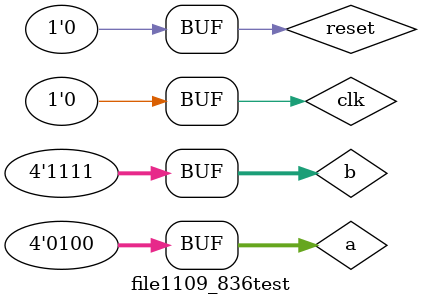
<source format=v>
`timescale 1ns / 1ps


module file1109_836test;

	// Inputs
	reg clk;
	reg reset;
	reg [3:0] a;
	reg [3:0] b;

	// Outputs
	wire ans1;
	wire ans2;

	// Instantiate the Unit Under Test (UUT)
	file1109_836 uut (
		.clk(clk), 
		.reset(reset), 
		.a(a), 
		.b(b), 
		.ans1(ans1), 
		.ans2(ans2)
	);

	initial begin
		// Initialize Inputs
		clk = 0;
		reset = 0;
		a = 0;
		b = 0;
		
		// Wait 100 ns for global reset to finish
		#100;
		a = 4;
		b = -1;
		#2;
		a = 4;
		b = 7;
      #2;
      a = 4;
		b = 15;     

	end
      
endmodule


</source>
